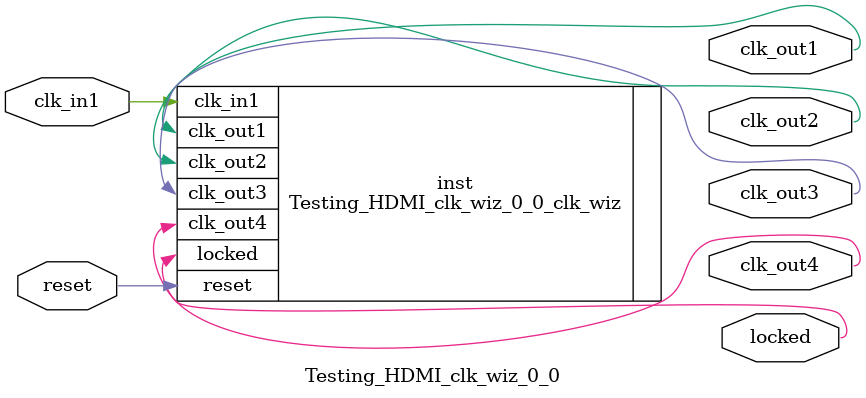
<source format=v>


`timescale 1ps/1ps

(* CORE_GENERATION_INFO = "Testing_HDMI_clk_wiz_0_0,clk_wiz_v6_0_2_0_0,{component_name=Testing_HDMI_clk_wiz_0_0,use_phase_alignment=true,use_min_o_jitter=false,use_max_i_jitter=false,use_dyn_phase_shift=false,use_inclk_switchover=false,use_dyn_reconfig=false,enable_axi=0,feedback_source=FDBK_AUTO,PRIMITIVE=MMCM,num_out_clk=4,clkin1_period=8.000,clkin2_period=10.000,use_power_down=false,use_reset=true,use_locked=true,use_inclk_stopped=false,feedback_type=SINGLE,CLOCK_MGR_TYPE=NA,manual_override=false}" *)

module Testing_HDMI_clk_wiz_0_0 
 (
  // Clock out ports
  output        clk_out1,
  output        clk_out2,
  output        clk_out3,
  output        clk_out4,
  // Status and control signals
  input         reset,
  output        locked,
 // Clock in ports
  input         clk_in1
 );

  Testing_HDMI_clk_wiz_0_0_clk_wiz inst
  (
  // Clock out ports  
  .clk_out1(clk_out1),
  .clk_out2(clk_out2),
  .clk_out3(clk_out3),
  .clk_out4(clk_out4),
  // Status and control signals               
  .reset(reset), 
  .locked(locked),
 // Clock in ports
  .clk_in1(clk_in1)
  );

endmodule

</source>
